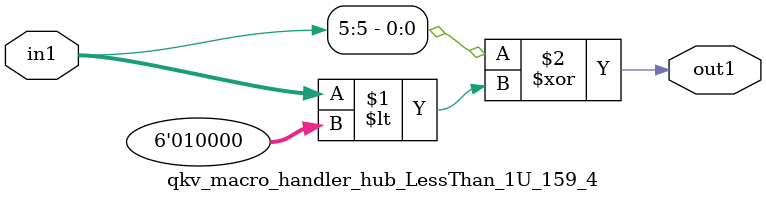
<source format=v>

`timescale 1ps / 1ps


module qkv_macro_handler_hub_LessThan_1U_159_4( in1, out1 );

    input [5:0] in1;
    output out1;

    
    // rtl_process:qkv_macro_handler_hub_LessThan_1U_159_4/qkv_macro_handler_hub_LessThan_1U_159_4_thread_1
    assign out1 = (in1[5] ^ in1 < 6'd16);

endmodule


</source>
